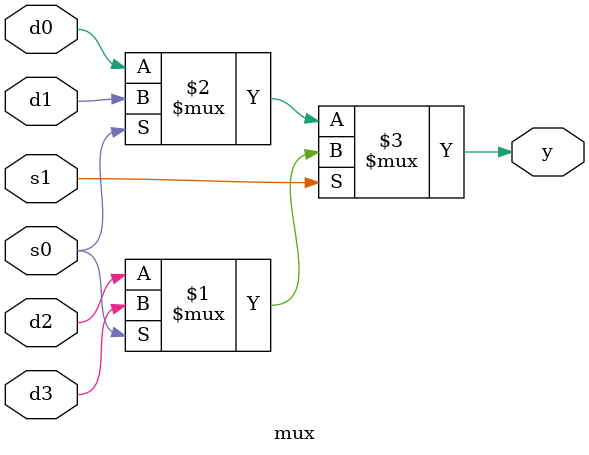
<source format=v>
module mux(
    input d0,d1,d2,d3,s0,s1,
    output y
    );
assign y = s1 ? (s0 ? d3 : d2) : (s0 ? d1 : d0);


endmodule

</source>
